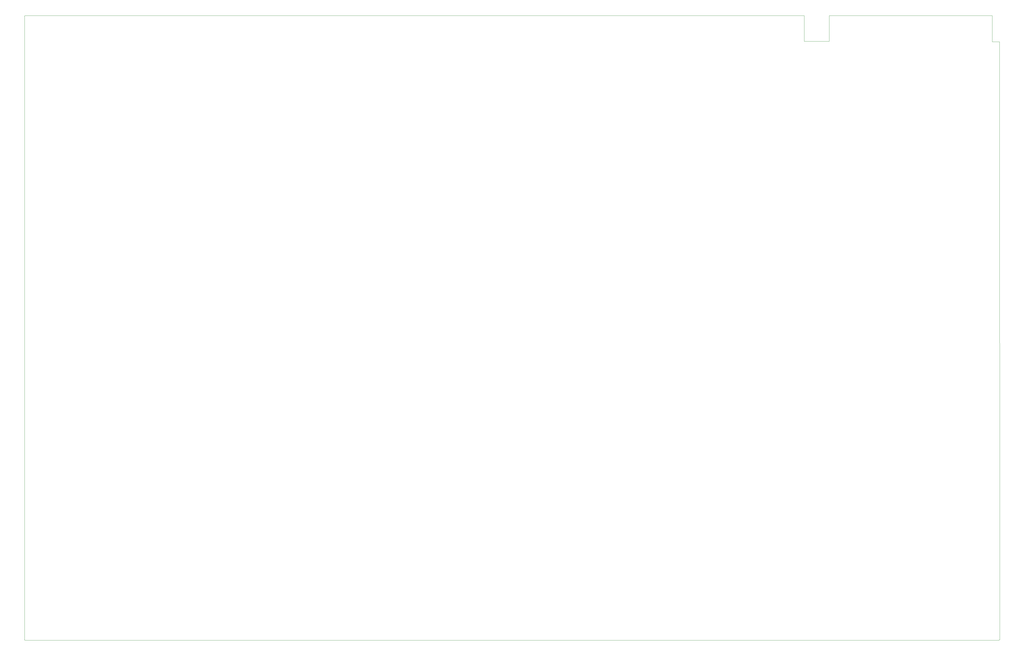
<source format=gbr>
%TF.GenerationSoftware,KiCad,Pcbnew,(6.0.6)*%
%TF.CreationDate,2022-12-27T10:06:15-06:00*%
%TF.ProjectId,Console,436f6e73-6f6c-4652-9e6b-696361645f70,V0.95*%
%TF.SameCoordinates,Original*%
%TF.FileFunction,Profile,NP*%
%FSLAX46Y46*%
G04 Gerber Fmt 4.6, Leading zero omitted, Abs format (unit mm)*
G04 Created by KiCad (PCBNEW (6.0.6)) date 2022-12-27 10:06:15*
%MOMM*%
%LPD*%
G01*
G04 APERTURE LIST*
%TA.AperFunction,Profile*%
%ADD10C,0.050000*%
%TD*%
G04 APERTURE END LIST*
D10*
X304600000Y-38400000D02*
X304600000Y-29200000D01*
X313600000Y-29200000D02*
X313600000Y-38400000D01*
X374555585Y-253520056D02*
G75*
G03*
X374765842Y-253300000I-29285J238456D01*
G01*
X24937688Y-29210018D02*
G75*
G03*
X24765000Y-29400000I29712J-200482D01*
G01*
X313600000Y-29200000D02*
X372100000Y-29200000D01*
X24765000Y-29400000D02*
X24765000Y-253355590D01*
X304600000Y-29200000D02*
X24937685Y-29210000D01*
X24947539Y-253520000D02*
X374555578Y-253520000D01*
X313600000Y-38400000D02*
X304600000Y-38400000D01*
X372100000Y-38600000D02*
X372100000Y-29200000D01*
X374765842Y-253300000D02*
X374700000Y-38600000D01*
X24764987Y-253355592D02*
G75*
G03*
X24947539Y-253520000I196013J34092D01*
G01*
X374700000Y-38600000D02*
X372100000Y-38600000D01*
M02*

</source>
